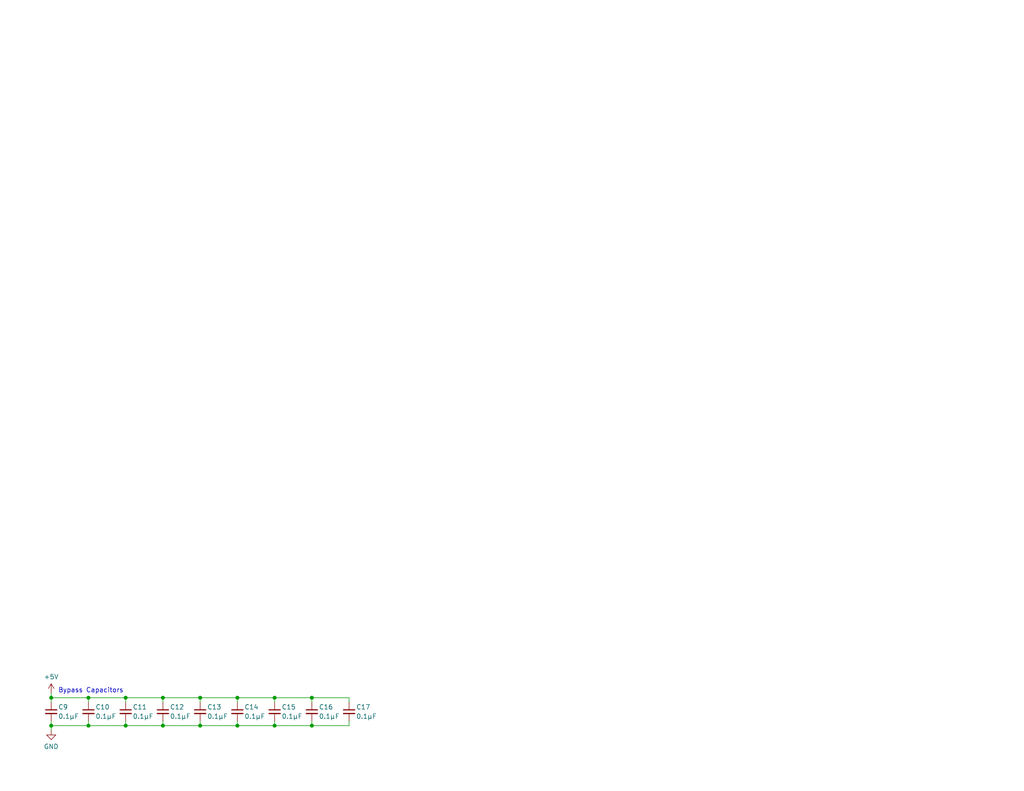
<source format=kicad_sch>
(kicad_sch (version 20250114) (generator "eeschema") (generator_version "9.0")
  (paper "USLetter")
  (title_block (title "Glue Logic and Interrupt Controllers") (date "2026-02-28") (rev "2.1") (company "MicroHobbyist") (comment 1 "Frédéric Segard"))
  (lib_symbols
    (symbol "Device:C_Small" (pin_numbers (hide yes)) (pin_names (offset 0.254) (hide yes))
      (property "Reference" "C" (at 0.254 1.778 0))
      (property "Value" "C_Small" (at 0.254 -2.032 0))
      (symbol "C_Small_0_1"
        (polyline (pts (xy -1.524 0.508) (xy 1.524 0.508)) (stroke (width 0.3048)))
        (polyline (pts (xy -1.524 -0.508) (xy 1.524 -0.508)) (stroke (width 0.3302)))
      )
      (symbol "C_Small_1_1"
        (pin passive line (at 0 2.54 270) (length 2.032) (name "~") (number "1"))
        (pin passive line (at 0 -2.54 90) (length 2.032) (name "~") (number "2"))
      )
    )
    (symbol "power:+5V" (power) (pin_numbers (hide yes)) (pin_names (offset 0) (hide yes))
      (property "Value" "+5V" (at 0 3.556 0))
      (symbol "+5V_0_1"
        (polyline (pts (xy -0.762 1.27) (xy 0 2.54)))
        (polyline (pts (xy 0 2.54) (xy 0.762 1.27)))
        (polyline (pts (xy 0 0) (xy 0 2.54)))
      )
      (symbol "+5V_1_1"
        (pin power_in line (at 0 0 90) (length 0) (name "~") (number "1"))
      )
    )
    (symbol "power:GND" (power) (pin_numbers (hide yes)) (pin_names (offset 0) (hide yes))
      (property "Value" "GND" (at 0 -3.81 0))
      (symbol "GND_0_1"
        (polyline (pts (xy 0 0) (xy 0 -1.27) (xy 1.27 -1.27) (xy 0 -2.54) (xy -1.27 -1.27) (xy 0 -1.27)))
      )
      (symbol "GND_1_1"
        (pin power_in line (at 0 0 270) (length 0) (name "~") (number "1"))
      )
    )
  )
  (text "Bypass Capacitors" (at 15.875 188.595 0) (effects (font (size 1.27 1.27)) (justify left)))
  (junction (at 13.97 190.5))
  (junction (at 54.61 198.12))
  (junction (at 54.61 190.5))
  (junction (at 34.29 190.5))
  (junction (at 64.77 198.12))
  (junction (at 44.45 198.12))
  (junction (at 44.45 190.5))
  (junction (at 24.13 190.5))
  (junction (at 13.97 198.12))
  (junction (at 34.29 198.12))
  (junction (at 85.09 190.5))
  (junction (at 85.09 198.12))
  (junction (at 24.13 198.12))
  (junction (at 74.93 198.12))
  (junction (at 74.93 190.5))
  (junction (at 64.77 190.5))
  (wire (pts (xy 64.77 190.5) (xy 74.93 190.5)))
  (wire (pts (xy 44.45 196.85) (xy 44.45 198.12)))
  (wire (pts (xy 13.97 190.5) (xy 24.13 190.5)))
  (wire (pts (xy 24.13 198.12) (xy 34.29 198.12)))
  (wire (pts (xy 54.61 198.12) (xy 64.77 198.12)))
  (wire (pts (xy 54.61 190.5) (xy 64.77 190.5)))
  (wire (pts (xy 95.25 196.85) (xy 95.25 198.12)))
  (wire (pts (xy 74.93 190.5) (xy 74.93 191.77)))
  (wire (pts (xy 13.97 190.5) (xy 13.97 191.77)))
  (wire (pts (xy 54.61 196.85) (xy 54.61 198.12)))
  (wire (pts (xy 13.97 189.23) (xy 13.97 190.5)))
  (wire (pts (xy 64.77 198.12) (xy 74.93 198.12)))
  (wire (pts (xy 85.09 190.5) (xy 95.25 190.5)))
  (wire (pts (xy 74.93 198.12) (xy 85.09 198.12)))
  (wire (pts (xy 13.97 196.85) (xy 13.97 198.12)))
  (wire (pts (xy 44.45 190.5) (xy 44.45 191.77)))
  (wire (pts (xy 74.93 196.85) (xy 74.93 198.12)))
  (wire (pts (xy 34.29 190.5) (xy 44.45 190.5)))
  (wire (pts (xy 44.45 198.12) (xy 54.61 198.12)))
  (wire (pts (xy 34.29 190.5) (xy 34.29 191.77)))
  (wire (pts (xy 13.97 198.12) (xy 24.13 198.12)))
  (wire (pts (xy 24.13 196.85) (xy 24.13 198.12)))
  (wire (pts (xy 13.97 198.12) (xy 13.97 199.39)))
  (wire (pts (xy 34.29 198.12) (xy 44.45 198.12)))
  (wire (pts (xy 64.77 196.85) (xy 64.77 198.12)))
  (wire (pts (xy 85.09 190.5) (xy 85.09 191.77)))
  (wire (pts (xy 24.13 190.5) (xy 34.29 190.5)))
  (wire (pts (xy 44.45 190.5) (xy 54.61 190.5)))
  (wire (pts (xy 34.29 196.85) (xy 34.29 198.12)))
  (wire (pts (xy 64.77 190.5) (xy 64.77 191.77)))
  (wire (pts (xy 24.13 190.5) (xy 24.13 191.77)))
  (wire (pts (xy 85.09 196.85) (xy 85.09 198.12)))
  (wire (pts (xy 85.09 198.12) (xy 95.25 198.12)))
  (wire (pts (xy 95.25 190.5) (xy 95.25 191.77)))
  (wire (pts (xy 54.61 190.5) (xy 54.61 191.77)))
  (wire (pts (xy 74.93 190.5) (xy 85.09 190.5)))
  (symbol (lib_id "Device:C_Small") (at 13.97 194.31 0) (unit 1)
    (property "Reference" "C9" (at 15.875 193.04 0) (effects (justify left)))
    (property "Value" "0.1µF" (at 15.875 195.58 0) (effects (justify left)))
    (property "Description" "Unpolarized capacitor, small symbol" (effects (hide yes)))
  )
  (symbol (lib_id "Device:C_Small") (at 74.93 194.31 0) (unit 1)
    (property "Reference" "C15" (at 76.835 193.04 0) (effects (justify left)))
    (property "Value" "0.1µF" (at 76.835 195.58 0) (effects (justify left)))
    (property "Description" "Unpolarized capacitor, small symbol" (effects (hide yes)))
  )
  (symbol (lib_id "Device:C_Small") (at 64.77 194.31 0) (unit 1)
    (property "Reference" "C14" (at 66.675 193.04 0) (effects (justify left)))
    (property "Value" "0.1µF" (at 66.675 195.58 0) (effects (justify left)))
    (property "Description" "Unpolarized capacitor, small symbol" (effects (hide yes)))
  )
  (symbol (lib_id "Device:C_Small") (at 34.29 194.31 0) (unit 1)
    (property "Reference" "C11" (at 36.195 193.04 0) (effects (justify left)))
    (property "Value" "0.1µF" (at 36.195 195.58 0) (effects (justify left)))
    (property "Description" "Unpolarized capacitor, small symbol" (effects (hide yes)))
  )
  (symbol (lib_id "Device:C_Small") (at 44.45 194.31 0) (unit 1)
    (property "Reference" "C12" (at 46.355 193.04 0) (effects (justify left)))
    (property "Value" "0.1µF" (at 46.355 195.58 0) (effects (justify left)))
    (property "Description" "Unpolarized capacitor, small symbol" (effects (hide yes)))
  )
  (symbol (lib_id "power:GND") (at 13.97 199.39 0) (unit 1)
    (property "Reference" "#PWR047" (effects (hide yes)))
    (property "Value" "GND" (at 13.97 203.835 0))
    (property "Description" "Power symbol creates a global label with name \"GND\" , ground" (effects (hide yes)))
  )
  (symbol (lib_id "power:+5V") (at 13.97 189.23 0) (unit 1)
    (property "Reference" "#PWR046" (effects (hide yes)))
    (property "Value" "+5V" (at 13.97 184.785 0))
    (property "Description" "Power symbol creates a global label with name \"+5V\"" (effects (hide yes)))
  )
  (symbol (lib_id "Device:C_Small") (at 24.13 194.31 0) (unit 1)
    (property "Reference" "C10" (at 26.035 193.04 0) (effects (justify left)))
    (property "Value" "0.1µF" (at 26.035 195.58 0) (effects (justify left)))
    (property "Description" "Unpolarized capacitor, small symbol" (effects (hide yes)))
  )
  (symbol (lib_id "Device:C_Small") (at 85.09 194.31 0) (unit 1)
    (property "Reference" "C16" (at 86.995 193.04 0) (effects (justify left)))
    (property "Value" "0.1µF" (at 86.995 195.58 0) (effects (justify left)))
    (property "Description" "Unpolarized capacitor, small symbol" (effects (hide yes)))
  )
  (symbol (lib_id "Device:C_Small") (at 54.61 194.31 0) (unit 1)
    (property "Reference" "C13" (at 56.515 193.04 0) (effects (justify left)))
    (property "Value" "0.1µF" (at 56.515 195.58 0) (effects (justify left)))
    (property "Description" "Unpolarized capacitor, small symbol" (effects (hide yes)))
  )
  (symbol (lib_id "Device:C_Small") (at 95.25 194.31 0) (unit 1)
    (property "Reference" "C17" (at 97.155 193.04 0) (effects (justify left)))
    (property "Value" "0.1µF" (at 97.155 195.58 0) (effects (justify left)))
    (property "Description" "Unpolarized capacitor, small symbol" (effects (hide yes)))
  )
)
</source>
